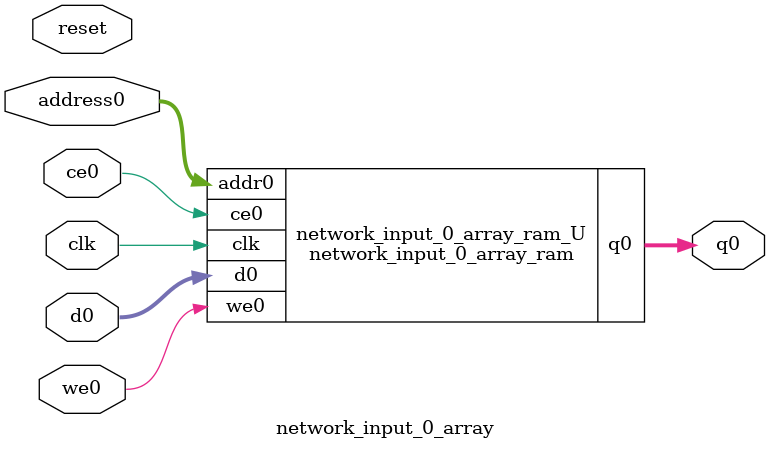
<source format=v>
`timescale 1 ns / 1 ps
module network_input_0_array_ram (addr0, ce0, d0, we0, q0,  clk);

parameter DWIDTH = 16;
parameter AWIDTH = 10;
parameter MEM_SIZE = 784;

input[AWIDTH-1:0] addr0;
input ce0;
input[DWIDTH-1:0] d0;
input we0;
output reg[DWIDTH-1:0] q0;
input clk;

(* ram_style = "block" *)reg [DWIDTH-1:0] ram[0:MEM_SIZE-1];




always @(posedge clk)  
begin 
    if (ce0) 
    begin
        if (we0) 
        begin 
            ram[addr0] <= d0; 
        end 
        q0 <= ram[addr0];
    end
end


endmodule

`timescale 1 ns / 1 ps
module network_input_0_array(
    reset,
    clk,
    address0,
    ce0,
    we0,
    d0,
    q0);

parameter DataWidth = 32'd16;
parameter AddressRange = 32'd784;
parameter AddressWidth = 32'd10;
input reset;
input clk;
input[AddressWidth - 1:0] address0;
input ce0;
input we0;
input[DataWidth - 1:0] d0;
output[DataWidth - 1:0] q0;



network_input_0_array_ram network_input_0_array_ram_U(
    .clk( clk ),
    .addr0( address0 ),
    .ce0( ce0 ),
    .we0( we0 ),
    .d0( d0 ),
    .q0( q0 ));

endmodule


</source>
